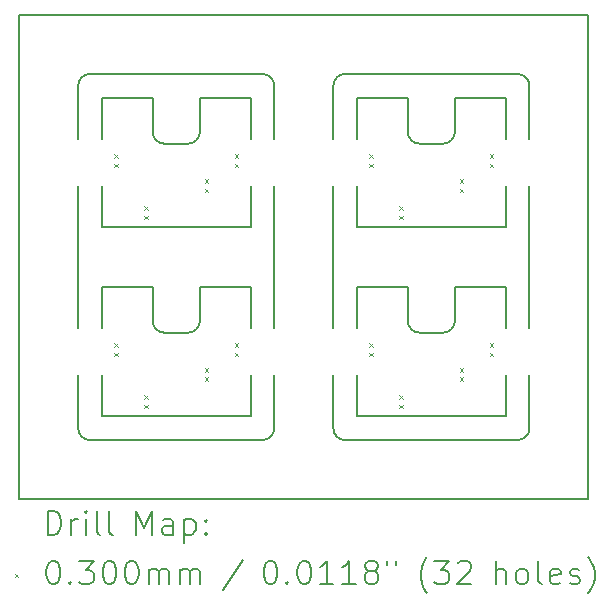
<source format=gbr>
%TF.GenerationSoftware,KiCad,Pcbnew,(7.0.0-0)*%
%TF.CreationDate,2025-07-24T17:03:27+12:00*%
%TF.ProjectId,12V_light_panelized_X4,3132565f-6c69-4676-9874-5f70616e656c,rev?*%
%TF.SameCoordinates,Original*%
%TF.FileFunction,Drillmap*%
%TF.FilePolarity,Positive*%
%FSLAX45Y45*%
G04 Gerber Fmt 4.5, Leading zero omitted, Abs format (unit mm)*
G04 Created by KiCad (PCBNEW (7.0.0-0)) date 2025-07-24 17:03:27*
%MOMM*%
%LPD*%
G01*
G04 APERTURE LIST*
%ADD10C,0.150000*%
%ADD11C,0.200000*%
%ADD12C,0.030000*%
G04 APERTURE END LIST*
D10*
X17160004Y-6590004D02*
X17160004Y-6300004D01*
X17789996Y-6200004D02*
G75*
G03*
X17690004Y-6100004I-99996J4D01*
G01*
X16330003Y-7400004D02*
X16330003Y-7050007D01*
X15430004Y-6300000D02*
X15000004Y-6300000D01*
X14170004Y-6300000D02*
X14600004Y-6300000D01*
X13970004Y-6650000D02*
X13970004Y-6200000D01*
X16130000Y-8650004D02*
X16130000Y-9100000D01*
X13970003Y-8650004D02*
X13970004Y-9100000D01*
X15630004Y-6649996D02*
X15630004Y-6200000D01*
X16130003Y-6650004D02*
X16130003Y-6200004D01*
X16330003Y-7400004D02*
X17590004Y-7400004D01*
X16330003Y-6300004D02*
X16330003Y-6650004D01*
X14600004Y-7900000D02*
X14600004Y-8190000D01*
X16230003Y-6100004D02*
X17690004Y-6100004D01*
X17590000Y-9000000D02*
X17590000Y-8650000D01*
X15630004Y-8650000D02*
X15630004Y-9100000D01*
X17590004Y-7400004D02*
X17590004Y-7050004D01*
X13970003Y-7050004D02*
X13970004Y-8250000D01*
X15430004Y-6649996D02*
X15430004Y-6300000D01*
X14170004Y-6300000D02*
X14170003Y-6650000D01*
X16760003Y-6300004D02*
X16760003Y-6590004D01*
X15430004Y-8249996D02*
X15430004Y-7900000D01*
X16860000Y-8290000D02*
X17060000Y-8290000D01*
X17060004Y-6690003D02*
G75*
G03*
X17160004Y-6590004I-4J100004D01*
G01*
X15000004Y-8190000D02*
X15000004Y-7900000D01*
X16330000Y-9000000D02*
X16330000Y-8650004D01*
X17590004Y-6300004D02*
X17160004Y-6300004D01*
X16330000Y-7900000D02*
X16760000Y-7900000D01*
X17690000Y-9200000D02*
X16230000Y-9200000D01*
X13970000Y-9100000D02*
G75*
G03*
X14070004Y-9200000I100000J0D01*
G01*
X14170004Y-7400000D02*
X15430004Y-7400000D01*
X14170004Y-7400000D02*
X14170003Y-7050004D01*
X16759996Y-6590004D02*
G75*
G03*
X16860004Y-6690004I100004J4D01*
G01*
X16860004Y-6690004D02*
X17060004Y-6690004D01*
X15530004Y-9200004D02*
G75*
G03*
X15630004Y-9100000I-4J100004D01*
G01*
X16760000Y-8190000D02*
G75*
G03*
X16860000Y-8290000I100000J0D01*
G01*
X16230003Y-6100003D02*
G75*
G03*
X16130003Y-6200004I-4J-99997D01*
G01*
X17590004Y-6650000D02*
X17590004Y-6300004D01*
X14600000Y-8190000D02*
G75*
G03*
X14700004Y-8290000I100000J0D01*
G01*
X15530004Y-9200000D02*
X14070004Y-9200000D01*
X17060000Y-8290000D02*
G75*
G03*
X17160000Y-8190000I0J100000D01*
G01*
X15430004Y-9000000D02*
X15430004Y-8650000D01*
X17790004Y-6650000D02*
X17790004Y-6200004D01*
X17790004Y-7050004D02*
X17790000Y-8249996D01*
X16330000Y-9000000D02*
X17590000Y-9000000D01*
X17590000Y-8249996D02*
X17590000Y-7900000D01*
X15430004Y-7900000D02*
X15000004Y-7900000D01*
X15630000Y-6200000D02*
G75*
G03*
X15530004Y-6100000I-100000J0D01*
G01*
X16130000Y-8250000D02*
X16130003Y-7050007D01*
X17690000Y-9200000D02*
G75*
G03*
X17790000Y-9100000I0J100000D01*
G01*
X15630004Y-7050000D02*
X15630004Y-8249996D01*
X17160000Y-8190000D02*
X17160000Y-7900000D01*
X13470000Y-5600000D02*
X18290000Y-5600000D01*
X18290000Y-5600000D02*
X18290000Y-9700000D01*
X18290000Y-9700000D02*
X13470000Y-9700000D01*
X13470000Y-9700000D02*
X13470000Y-5600000D01*
X17790000Y-8650000D02*
X17790000Y-9100000D01*
X14070004Y-6100004D02*
G75*
G03*
X13970004Y-6200000I-4J-99996D01*
G01*
X14600000Y-6590000D02*
G75*
G03*
X14700004Y-6690000I100000J0D01*
G01*
X14070004Y-6100000D02*
X15530004Y-6100000D01*
X14700004Y-6690000D02*
X14900004Y-6690000D01*
X14170004Y-7900000D02*
X14170003Y-8250000D01*
X16330003Y-6300004D02*
X16760003Y-6300004D01*
X16130000Y-9100000D02*
G75*
G03*
X16230000Y-9200000I100000J0D01*
G01*
X15430004Y-7400000D02*
X15430004Y-7050000D01*
X14170004Y-7900000D02*
X14600004Y-7900000D01*
X15000004Y-6590000D02*
X15000004Y-6300000D01*
X14170004Y-9000000D02*
X14170003Y-8650004D01*
X14700004Y-8290000D02*
X14900004Y-8290000D01*
X16330000Y-7900000D02*
X16330000Y-8250000D01*
X16760000Y-7900000D02*
X16760000Y-8190000D01*
X14900004Y-8290004D02*
G75*
G03*
X15000004Y-8190000I-4J100004D01*
G01*
X17590000Y-7900000D02*
X17160000Y-7900000D01*
X14170004Y-9000000D02*
X15430004Y-9000000D01*
X14900004Y-6690004D02*
G75*
G03*
X15000004Y-6590000I-4J100004D01*
G01*
X14600004Y-6300000D02*
X14600004Y-6590000D01*
D11*
D12*
X14275000Y-6780000D02*
X14305000Y-6810000D01*
X14305000Y-6780000D02*
X14275000Y-6810000D01*
X14275000Y-6860000D02*
X14305000Y-6890000D01*
X14305000Y-6860000D02*
X14275000Y-6890000D01*
X14275000Y-8380000D02*
X14305000Y-8410000D01*
X14305000Y-8380000D02*
X14275000Y-8410000D01*
X14275000Y-8460000D02*
X14305000Y-8490000D01*
X14305000Y-8460000D02*
X14275000Y-8490000D01*
X14530000Y-7220000D02*
X14560000Y-7250000D01*
X14560000Y-7220000D02*
X14530000Y-7250000D01*
X14530000Y-7300000D02*
X14560000Y-7330000D01*
X14560000Y-7300000D02*
X14530000Y-7330000D01*
X14530000Y-8820000D02*
X14560000Y-8850000D01*
X14560000Y-8820000D02*
X14530000Y-8850000D01*
X14530000Y-8900000D02*
X14560000Y-8930000D01*
X14560000Y-8900000D02*
X14530000Y-8930000D01*
X15040000Y-6990000D02*
X15070000Y-7020000D01*
X15070000Y-6990000D02*
X15040000Y-7020000D01*
X15040000Y-7070000D02*
X15070000Y-7100000D01*
X15070000Y-7070000D02*
X15040000Y-7100000D01*
X15040000Y-8590000D02*
X15070000Y-8620000D01*
X15070000Y-8590000D02*
X15040000Y-8620000D01*
X15040000Y-8670000D02*
X15070000Y-8700000D01*
X15070000Y-8670000D02*
X15040000Y-8700000D01*
X15295000Y-6780000D02*
X15325000Y-6810000D01*
X15325000Y-6780000D02*
X15295000Y-6810000D01*
X15295000Y-6860000D02*
X15325000Y-6890000D01*
X15325000Y-6860000D02*
X15295000Y-6890000D01*
X15295000Y-8380000D02*
X15325000Y-8410000D01*
X15325000Y-8380000D02*
X15295000Y-8410000D01*
X15295000Y-8460000D02*
X15325000Y-8490000D01*
X15325000Y-8460000D02*
X15295000Y-8490000D01*
X16435000Y-6780000D02*
X16465000Y-6810000D01*
X16465000Y-6780000D02*
X16435000Y-6810000D01*
X16435000Y-6860000D02*
X16465000Y-6890000D01*
X16465000Y-6860000D02*
X16435000Y-6890000D01*
X16435000Y-8380000D02*
X16465000Y-8410000D01*
X16465000Y-8380000D02*
X16435000Y-8410000D01*
X16435000Y-8460000D02*
X16465000Y-8490000D01*
X16465000Y-8460000D02*
X16435000Y-8490000D01*
X16690000Y-7220000D02*
X16720000Y-7250000D01*
X16720000Y-7220000D02*
X16690000Y-7250000D01*
X16690000Y-7300000D02*
X16720000Y-7330000D01*
X16720000Y-7300000D02*
X16690000Y-7330000D01*
X16690000Y-8820000D02*
X16720000Y-8850000D01*
X16720000Y-8820000D02*
X16690000Y-8850000D01*
X16690000Y-8900000D02*
X16720000Y-8930000D01*
X16720000Y-8900000D02*
X16690000Y-8930000D01*
X17200000Y-6990000D02*
X17230000Y-7020000D01*
X17230000Y-6990000D02*
X17200000Y-7020000D01*
X17200000Y-7070000D02*
X17230000Y-7100000D01*
X17230000Y-7070000D02*
X17200000Y-7100000D01*
X17200000Y-8590000D02*
X17230000Y-8620000D01*
X17230000Y-8590000D02*
X17200000Y-8620000D01*
X17200000Y-8670000D02*
X17230000Y-8700000D01*
X17230000Y-8670000D02*
X17200000Y-8700000D01*
X17455000Y-6780000D02*
X17485000Y-6810000D01*
X17485000Y-6780000D02*
X17455000Y-6810000D01*
X17455000Y-6860000D02*
X17485000Y-6890000D01*
X17485000Y-6860000D02*
X17455000Y-6890000D01*
X17455000Y-8380000D02*
X17485000Y-8410000D01*
X17485000Y-8380000D02*
X17455000Y-8410000D01*
X17455000Y-8460000D02*
X17485000Y-8490000D01*
X17485000Y-8460000D02*
X17455000Y-8490000D01*
D11*
X13710119Y-10000976D02*
X13710119Y-9800976D01*
X13710119Y-9800976D02*
X13757738Y-9800976D01*
X13757738Y-9800976D02*
X13786309Y-9810500D01*
X13786309Y-9810500D02*
X13805357Y-9829548D01*
X13805357Y-9829548D02*
X13814881Y-9848595D01*
X13814881Y-9848595D02*
X13824405Y-9886690D01*
X13824405Y-9886690D02*
X13824405Y-9915262D01*
X13824405Y-9915262D02*
X13814881Y-9953357D01*
X13814881Y-9953357D02*
X13805357Y-9972405D01*
X13805357Y-9972405D02*
X13786309Y-9991452D01*
X13786309Y-9991452D02*
X13757738Y-10000976D01*
X13757738Y-10000976D02*
X13710119Y-10000976D01*
X13910119Y-10000976D02*
X13910119Y-9867643D01*
X13910119Y-9905738D02*
X13919643Y-9886690D01*
X13919643Y-9886690D02*
X13929167Y-9877167D01*
X13929167Y-9877167D02*
X13948214Y-9867643D01*
X13948214Y-9867643D02*
X13967262Y-9867643D01*
X14033928Y-10000976D02*
X14033928Y-9867643D01*
X14033928Y-9800976D02*
X14024405Y-9810500D01*
X14024405Y-9810500D02*
X14033928Y-9820024D01*
X14033928Y-9820024D02*
X14043452Y-9810500D01*
X14043452Y-9810500D02*
X14033928Y-9800976D01*
X14033928Y-9800976D02*
X14033928Y-9820024D01*
X14157738Y-10000976D02*
X14138690Y-9991452D01*
X14138690Y-9991452D02*
X14129167Y-9972405D01*
X14129167Y-9972405D02*
X14129167Y-9800976D01*
X14262500Y-10000976D02*
X14243452Y-9991452D01*
X14243452Y-9991452D02*
X14233928Y-9972405D01*
X14233928Y-9972405D02*
X14233928Y-9800976D01*
X14458690Y-10000976D02*
X14458690Y-9800976D01*
X14458690Y-9800976D02*
X14525357Y-9943833D01*
X14525357Y-9943833D02*
X14592024Y-9800976D01*
X14592024Y-9800976D02*
X14592024Y-10000976D01*
X14772976Y-10000976D02*
X14772976Y-9896214D01*
X14772976Y-9896214D02*
X14763452Y-9877167D01*
X14763452Y-9877167D02*
X14744405Y-9867643D01*
X14744405Y-9867643D02*
X14706309Y-9867643D01*
X14706309Y-9867643D02*
X14687262Y-9877167D01*
X14772976Y-9991452D02*
X14753928Y-10000976D01*
X14753928Y-10000976D02*
X14706309Y-10000976D01*
X14706309Y-10000976D02*
X14687262Y-9991452D01*
X14687262Y-9991452D02*
X14677738Y-9972405D01*
X14677738Y-9972405D02*
X14677738Y-9953357D01*
X14677738Y-9953357D02*
X14687262Y-9934310D01*
X14687262Y-9934310D02*
X14706309Y-9924786D01*
X14706309Y-9924786D02*
X14753928Y-9924786D01*
X14753928Y-9924786D02*
X14772976Y-9915262D01*
X14868214Y-9867643D02*
X14868214Y-10067643D01*
X14868214Y-9877167D02*
X14887262Y-9867643D01*
X14887262Y-9867643D02*
X14925357Y-9867643D01*
X14925357Y-9867643D02*
X14944405Y-9877167D01*
X14944405Y-9877167D02*
X14953928Y-9886690D01*
X14953928Y-9886690D02*
X14963452Y-9905738D01*
X14963452Y-9905738D02*
X14963452Y-9962881D01*
X14963452Y-9962881D02*
X14953928Y-9981929D01*
X14953928Y-9981929D02*
X14944405Y-9991452D01*
X14944405Y-9991452D02*
X14925357Y-10000976D01*
X14925357Y-10000976D02*
X14887262Y-10000976D01*
X14887262Y-10000976D02*
X14868214Y-9991452D01*
X15049167Y-9981929D02*
X15058690Y-9991452D01*
X15058690Y-9991452D02*
X15049167Y-10000976D01*
X15049167Y-10000976D02*
X15039643Y-9991452D01*
X15039643Y-9991452D02*
X15049167Y-9981929D01*
X15049167Y-9981929D02*
X15049167Y-10000976D01*
X15049167Y-9877167D02*
X15058690Y-9886690D01*
X15058690Y-9886690D02*
X15049167Y-9896214D01*
X15049167Y-9896214D02*
X15039643Y-9886690D01*
X15039643Y-9886690D02*
X15049167Y-9877167D01*
X15049167Y-9877167D02*
X15049167Y-9896214D01*
D12*
X13432500Y-10332500D02*
X13462500Y-10362500D01*
X13462500Y-10332500D02*
X13432500Y-10362500D01*
D11*
X13748214Y-10220976D02*
X13767262Y-10220976D01*
X13767262Y-10220976D02*
X13786309Y-10230500D01*
X13786309Y-10230500D02*
X13795833Y-10240024D01*
X13795833Y-10240024D02*
X13805357Y-10259071D01*
X13805357Y-10259071D02*
X13814881Y-10297167D01*
X13814881Y-10297167D02*
X13814881Y-10344786D01*
X13814881Y-10344786D02*
X13805357Y-10382881D01*
X13805357Y-10382881D02*
X13795833Y-10401929D01*
X13795833Y-10401929D02*
X13786309Y-10411452D01*
X13786309Y-10411452D02*
X13767262Y-10420976D01*
X13767262Y-10420976D02*
X13748214Y-10420976D01*
X13748214Y-10420976D02*
X13729167Y-10411452D01*
X13729167Y-10411452D02*
X13719643Y-10401929D01*
X13719643Y-10401929D02*
X13710119Y-10382881D01*
X13710119Y-10382881D02*
X13700595Y-10344786D01*
X13700595Y-10344786D02*
X13700595Y-10297167D01*
X13700595Y-10297167D02*
X13710119Y-10259071D01*
X13710119Y-10259071D02*
X13719643Y-10240024D01*
X13719643Y-10240024D02*
X13729167Y-10230500D01*
X13729167Y-10230500D02*
X13748214Y-10220976D01*
X13900595Y-10401929D02*
X13910119Y-10411452D01*
X13910119Y-10411452D02*
X13900595Y-10420976D01*
X13900595Y-10420976D02*
X13891071Y-10411452D01*
X13891071Y-10411452D02*
X13900595Y-10401929D01*
X13900595Y-10401929D02*
X13900595Y-10420976D01*
X13976786Y-10220976D02*
X14100595Y-10220976D01*
X14100595Y-10220976D02*
X14033928Y-10297167D01*
X14033928Y-10297167D02*
X14062500Y-10297167D01*
X14062500Y-10297167D02*
X14081548Y-10306690D01*
X14081548Y-10306690D02*
X14091071Y-10316214D01*
X14091071Y-10316214D02*
X14100595Y-10335262D01*
X14100595Y-10335262D02*
X14100595Y-10382881D01*
X14100595Y-10382881D02*
X14091071Y-10401929D01*
X14091071Y-10401929D02*
X14081548Y-10411452D01*
X14081548Y-10411452D02*
X14062500Y-10420976D01*
X14062500Y-10420976D02*
X14005357Y-10420976D01*
X14005357Y-10420976D02*
X13986309Y-10411452D01*
X13986309Y-10411452D02*
X13976786Y-10401929D01*
X14224405Y-10220976D02*
X14243452Y-10220976D01*
X14243452Y-10220976D02*
X14262500Y-10230500D01*
X14262500Y-10230500D02*
X14272024Y-10240024D01*
X14272024Y-10240024D02*
X14281548Y-10259071D01*
X14281548Y-10259071D02*
X14291071Y-10297167D01*
X14291071Y-10297167D02*
X14291071Y-10344786D01*
X14291071Y-10344786D02*
X14281548Y-10382881D01*
X14281548Y-10382881D02*
X14272024Y-10401929D01*
X14272024Y-10401929D02*
X14262500Y-10411452D01*
X14262500Y-10411452D02*
X14243452Y-10420976D01*
X14243452Y-10420976D02*
X14224405Y-10420976D01*
X14224405Y-10420976D02*
X14205357Y-10411452D01*
X14205357Y-10411452D02*
X14195833Y-10401929D01*
X14195833Y-10401929D02*
X14186309Y-10382881D01*
X14186309Y-10382881D02*
X14176786Y-10344786D01*
X14176786Y-10344786D02*
X14176786Y-10297167D01*
X14176786Y-10297167D02*
X14186309Y-10259071D01*
X14186309Y-10259071D02*
X14195833Y-10240024D01*
X14195833Y-10240024D02*
X14205357Y-10230500D01*
X14205357Y-10230500D02*
X14224405Y-10220976D01*
X14414881Y-10220976D02*
X14433929Y-10220976D01*
X14433929Y-10220976D02*
X14452976Y-10230500D01*
X14452976Y-10230500D02*
X14462500Y-10240024D01*
X14462500Y-10240024D02*
X14472024Y-10259071D01*
X14472024Y-10259071D02*
X14481548Y-10297167D01*
X14481548Y-10297167D02*
X14481548Y-10344786D01*
X14481548Y-10344786D02*
X14472024Y-10382881D01*
X14472024Y-10382881D02*
X14462500Y-10401929D01*
X14462500Y-10401929D02*
X14452976Y-10411452D01*
X14452976Y-10411452D02*
X14433929Y-10420976D01*
X14433929Y-10420976D02*
X14414881Y-10420976D01*
X14414881Y-10420976D02*
X14395833Y-10411452D01*
X14395833Y-10411452D02*
X14386309Y-10401929D01*
X14386309Y-10401929D02*
X14376786Y-10382881D01*
X14376786Y-10382881D02*
X14367262Y-10344786D01*
X14367262Y-10344786D02*
X14367262Y-10297167D01*
X14367262Y-10297167D02*
X14376786Y-10259071D01*
X14376786Y-10259071D02*
X14386309Y-10240024D01*
X14386309Y-10240024D02*
X14395833Y-10230500D01*
X14395833Y-10230500D02*
X14414881Y-10220976D01*
X14567262Y-10420976D02*
X14567262Y-10287643D01*
X14567262Y-10306690D02*
X14576786Y-10297167D01*
X14576786Y-10297167D02*
X14595833Y-10287643D01*
X14595833Y-10287643D02*
X14624405Y-10287643D01*
X14624405Y-10287643D02*
X14643452Y-10297167D01*
X14643452Y-10297167D02*
X14652976Y-10316214D01*
X14652976Y-10316214D02*
X14652976Y-10420976D01*
X14652976Y-10316214D02*
X14662500Y-10297167D01*
X14662500Y-10297167D02*
X14681548Y-10287643D01*
X14681548Y-10287643D02*
X14710119Y-10287643D01*
X14710119Y-10287643D02*
X14729167Y-10297167D01*
X14729167Y-10297167D02*
X14738690Y-10316214D01*
X14738690Y-10316214D02*
X14738690Y-10420976D01*
X14833929Y-10420976D02*
X14833929Y-10287643D01*
X14833929Y-10306690D02*
X14843452Y-10297167D01*
X14843452Y-10297167D02*
X14862500Y-10287643D01*
X14862500Y-10287643D02*
X14891071Y-10287643D01*
X14891071Y-10287643D02*
X14910119Y-10297167D01*
X14910119Y-10297167D02*
X14919643Y-10316214D01*
X14919643Y-10316214D02*
X14919643Y-10420976D01*
X14919643Y-10316214D02*
X14929167Y-10297167D01*
X14929167Y-10297167D02*
X14948214Y-10287643D01*
X14948214Y-10287643D02*
X14976786Y-10287643D01*
X14976786Y-10287643D02*
X14995833Y-10297167D01*
X14995833Y-10297167D02*
X15005357Y-10316214D01*
X15005357Y-10316214D02*
X15005357Y-10420976D01*
X15363452Y-10211452D02*
X15192024Y-10468595D01*
X15588214Y-10220976D02*
X15607262Y-10220976D01*
X15607262Y-10220976D02*
X15626310Y-10230500D01*
X15626310Y-10230500D02*
X15635833Y-10240024D01*
X15635833Y-10240024D02*
X15645357Y-10259071D01*
X15645357Y-10259071D02*
X15654881Y-10297167D01*
X15654881Y-10297167D02*
X15654881Y-10344786D01*
X15654881Y-10344786D02*
X15645357Y-10382881D01*
X15645357Y-10382881D02*
X15635833Y-10401929D01*
X15635833Y-10401929D02*
X15626310Y-10411452D01*
X15626310Y-10411452D02*
X15607262Y-10420976D01*
X15607262Y-10420976D02*
X15588214Y-10420976D01*
X15588214Y-10420976D02*
X15569167Y-10411452D01*
X15569167Y-10411452D02*
X15559643Y-10401929D01*
X15559643Y-10401929D02*
X15550119Y-10382881D01*
X15550119Y-10382881D02*
X15540595Y-10344786D01*
X15540595Y-10344786D02*
X15540595Y-10297167D01*
X15540595Y-10297167D02*
X15550119Y-10259071D01*
X15550119Y-10259071D02*
X15559643Y-10240024D01*
X15559643Y-10240024D02*
X15569167Y-10230500D01*
X15569167Y-10230500D02*
X15588214Y-10220976D01*
X15740595Y-10401929D02*
X15750119Y-10411452D01*
X15750119Y-10411452D02*
X15740595Y-10420976D01*
X15740595Y-10420976D02*
X15731071Y-10411452D01*
X15731071Y-10411452D02*
X15740595Y-10401929D01*
X15740595Y-10401929D02*
X15740595Y-10420976D01*
X15873929Y-10220976D02*
X15892976Y-10220976D01*
X15892976Y-10220976D02*
X15912024Y-10230500D01*
X15912024Y-10230500D02*
X15921548Y-10240024D01*
X15921548Y-10240024D02*
X15931071Y-10259071D01*
X15931071Y-10259071D02*
X15940595Y-10297167D01*
X15940595Y-10297167D02*
X15940595Y-10344786D01*
X15940595Y-10344786D02*
X15931071Y-10382881D01*
X15931071Y-10382881D02*
X15921548Y-10401929D01*
X15921548Y-10401929D02*
X15912024Y-10411452D01*
X15912024Y-10411452D02*
X15892976Y-10420976D01*
X15892976Y-10420976D02*
X15873929Y-10420976D01*
X15873929Y-10420976D02*
X15854881Y-10411452D01*
X15854881Y-10411452D02*
X15845357Y-10401929D01*
X15845357Y-10401929D02*
X15835833Y-10382881D01*
X15835833Y-10382881D02*
X15826310Y-10344786D01*
X15826310Y-10344786D02*
X15826310Y-10297167D01*
X15826310Y-10297167D02*
X15835833Y-10259071D01*
X15835833Y-10259071D02*
X15845357Y-10240024D01*
X15845357Y-10240024D02*
X15854881Y-10230500D01*
X15854881Y-10230500D02*
X15873929Y-10220976D01*
X16131071Y-10420976D02*
X16016786Y-10420976D01*
X16073929Y-10420976D02*
X16073929Y-10220976D01*
X16073929Y-10220976D02*
X16054881Y-10249548D01*
X16054881Y-10249548D02*
X16035833Y-10268595D01*
X16035833Y-10268595D02*
X16016786Y-10278119D01*
X16321548Y-10420976D02*
X16207262Y-10420976D01*
X16264405Y-10420976D02*
X16264405Y-10220976D01*
X16264405Y-10220976D02*
X16245357Y-10249548D01*
X16245357Y-10249548D02*
X16226310Y-10268595D01*
X16226310Y-10268595D02*
X16207262Y-10278119D01*
X16435833Y-10306690D02*
X16416786Y-10297167D01*
X16416786Y-10297167D02*
X16407262Y-10287643D01*
X16407262Y-10287643D02*
X16397738Y-10268595D01*
X16397738Y-10268595D02*
X16397738Y-10259071D01*
X16397738Y-10259071D02*
X16407262Y-10240024D01*
X16407262Y-10240024D02*
X16416786Y-10230500D01*
X16416786Y-10230500D02*
X16435833Y-10220976D01*
X16435833Y-10220976D02*
X16473929Y-10220976D01*
X16473929Y-10220976D02*
X16492976Y-10230500D01*
X16492976Y-10230500D02*
X16502500Y-10240024D01*
X16502500Y-10240024D02*
X16512024Y-10259071D01*
X16512024Y-10259071D02*
X16512024Y-10268595D01*
X16512024Y-10268595D02*
X16502500Y-10287643D01*
X16502500Y-10287643D02*
X16492976Y-10297167D01*
X16492976Y-10297167D02*
X16473929Y-10306690D01*
X16473929Y-10306690D02*
X16435833Y-10306690D01*
X16435833Y-10306690D02*
X16416786Y-10316214D01*
X16416786Y-10316214D02*
X16407262Y-10325738D01*
X16407262Y-10325738D02*
X16397738Y-10344786D01*
X16397738Y-10344786D02*
X16397738Y-10382881D01*
X16397738Y-10382881D02*
X16407262Y-10401929D01*
X16407262Y-10401929D02*
X16416786Y-10411452D01*
X16416786Y-10411452D02*
X16435833Y-10420976D01*
X16435833Y-10420976D02*
X16473929Y-10420976D01*
X16473929Y-10420976D02*
X16492976Y-10411452D01*
X16492976Y-10411452D02*
X16502500Y-10401929D01*
X16502500Y-10401929D02*
X16512024Y-10382881D01*
X16512024Y-10382881D02*
X16512024Y-10344786D01*
X16512024Y-10344786D02*
X16502500Y-10325738D01*
X16502500Y-10325738D02*
X16492976Y-10316214D01*
X16492976Y-10316214D02*
X16473929Y-10306690D01*
X16588214Y-10220976D02*
X16588214Y-10259071D01*
X16664405Y-10220976D02*
X16664405Y-10259071D01*
X16927262Y-10497167D02*
X16917738Y-10487643D01*
X16917738Y-10487643D02*
X16898691Y-10459071D01*
X16898691Y-10459071D02*
X16889167Y-10440024D01*
X16889167Y-10440024D02*
X16879643Y-10411452D01*
X16879643Y-10411452D02*
X16870119Y-10363833D01*
X16870119Y-10363833D02*
X16870119Y-10325738D01*
X16870119Y-10325738D02*
X16879643Y-10278119D01*
X16879643Y-10278119D02*
X16889167Y-10249548D01*
X16889167Y-10249548D02*
X16898691Y-10230500D01*
X16898691Y-10230500D02*
X16917738Y-10201929D01*
X16917738Y-10201929D02*
X16927262Y-10192405D01*
X16984405Y-10220976D02*
X17108214Y-10220976D01*
X17108214Y-10220976D02*
X17041548Y-10297167D01*
X17041548Y-10297167D02*
X17070119Y-10297167D01*
X17070119Y-10297167D02*
X17089167Y-10306690D01*
X17089167Y-10306690D02*
X17098691Y-10316214D01*
X17098691Y-10316214D02*
X17108214Y-10335262D01*
X17108214Y-10335262D02*
X17108214Y-10382881D01*
X17108214Y-10382881D02*
X17098691Y-10401929D01*
X17098691Y-10401929D02*
X17089167Y-10411452D01*
X17089167Y-10411452D02*
X17070119Y-10420976D01*
X17070119Y-10420976D02*
X17012976Y-10420976D01*
X17012976Y-10420976D02*
X16993929Y-10411452D01*
X16993929Y-10411452D02*
X16984405Y-10401929D01*
X17184405Y-10240024D02*
X17193929Y-10230500D01*
X17193929Y-10230500D02*
X17212976Y-10220976D01*
X17212976Y-10220976D02*
X17260595Y-10220976D01*
X17260595Y-10220976D02*
X17279643Y-10230500D01*
X17279643Y-10230500D02*
X17289167Y-10240024D01*
X17289167Y-10240024D02*
X17298691Y-10259071D01*
X17298691Y-10259071D02*
X17298691Y-10278119D01*
X17298691Y-10278119D02*
X17289167Y-10306690D01*
X17289167Y-10306690D02*
X17174881Y-10420976D01*
X17174881Y-10420976D02*
X17298691Y-10420976D01*
X17504405Y-10420976D02*
X17504405Y-10220976D01*
X17590119Y-10420976D02*
X17590119Y-10316214D01*
X17590119Y-10316214D02*
X17580595Y-10297167D01*
X17580595Y-10297167D02*
X17561548Y-10287643D01*
X17561548Y-10287643D02*
X17532976Y-10287643D01*
X17532976Y-10287643D02*
X17513929Y-10297167D01*
X17513929Y-10297167D02*
X17504405Y-10306690D01*
X17713929Y-10420976D02*
X17694881Y-10411452D01*
X17694881Y-10411452D02*
X17685357Y-10401929D01*
X17685357Y-10401929D02*
X17675834Y-10382881D01*
X17675834Y-10382881D02*
X17675834Y-10325738D01*
X17675834Y-10325738D02*
X17685357Y-10306690D01*
X17685357Y-10306690D02*
X17694881Y-10297167D01*
X17694881Y-10297167D02*
X17713929Y-10287643D01*
X17713929Y-10287643D02*
X17742500Y-10287643D01*
X17742500Y-10287643D02*
X17761548Y-10297167D01*
X17761548Y-10297167D02*
X17771072Y-10306690D01*
X17771072Y-10306690D02*
X17780595Y-10325738D01*
X17780595Y-10325738D02*
X17780595Y-10382881D01*
X17780595Y-10382881D02*
X17771072Y-10401929D01*
X17771072Y-10401929D02*
X17761548Y-10411452D01*
X17761548Y-10411452D02*
X17742500Y-10420976D01*
X17742500Y-10420976D02*
X17713929Y-10420976D01*
X17894881Y-10420976D02*
X17875834Y-10411452D01*
X17875834Y-10411452D02*
X17866310Y-10392405D01*
X17866310Y-10392405D02*
X17866310Y-10220976D01*
X18047262Y-10411452D02*
X18028215Y-10420976D01*
X18028215Y-10420976D02*
X17990119Y-10420976D01*
X17990119Y-10420976D02*
X17971072Y-10411452D01*
X17971072Y-10411452D02*
X17961548Y-10392405D01*
X17961548Y-10392405D02*
X17961548Y-10316214D01*
X17961548Y-10316214D02*
X17971072Y-10297167D01*
X17971072Y-10297167D02*
X17990119Y-10287643D01*
X17990119Y-10287643D02*
X18028215Y-10287643D01*
X18028215Y-10287643D02*
X18047262Y-10297167D01*
X18047262Y-10297167D02*
X18056786Y-10316214D01*
X18056786Y-10316214D02*
X18056786Y-10335262D01*
X18056786Y-10335262D02*
X17961548Y-10354310D01*
X18132976Y-10411452D02*
X18152024Y-10420976D01*
X18152024Y-10420976D02*
X18190119Y-10420976D01*
X18190119Y-10420976D02*
X18209167Y-10411452D01*
X18209167Y-10411452D02*
X18218691Y-10392405D01*
X18218691Y-10392405D02*
X18218691Y-10382881D01*
X18218691Y-10382881D02*
X18209167Y-10363833D01*
X18209167Y-10363833D02*
X18190119Y-10354310D01*
X18190119Y-10354310D02*
X18161548Y-10354310D01*
X18161548Y-10354310D02*
X18142500Y-10344786D01*
X18142500Y-10344786D02*
X18132976Y-10325738D01*
X18132976Y-10325738D02*
X18132976Y-10316214D01*
X18132976Y-10316214D02*
X18142500Y-10297167D01*
X18142500Y-10297167D02*
X18161548Y-10287643D01*
X18161548Y-10287643D02*
X18190119Y-10287643D01*
X18190119Y-10287643D02*
X18209167Y-10297167D01*
X18285357Y-10497167D02*
X18294881Y-10487643D01*
X18294881Y-10487643D02*
X18313929Y-10459071D01*
X18313929Y-10459071D02*
X18323453Y-10440024D01*
X18323453Y-10440024D02*
X18332976Y-10411452D01*
X18332976Y-10411452D02*
X18342500Y-10363833D01*
X18342500Y-10363833D02*
X18342500Y-10325738D01*
X18342500Y-10325738D02*
X18332976Y-10278119D01*
X18332976Y-10278119D02*
X18323453Y-10249548D01*
X18323453Y-10249548D02*
X18313929Y-10230500D01*
X18313929Y-10230500D02*
X18294881Y-10201929D01*
X18294881Y-10201929D02*
X18285357Y-10192405D01*
M02*

</source>
